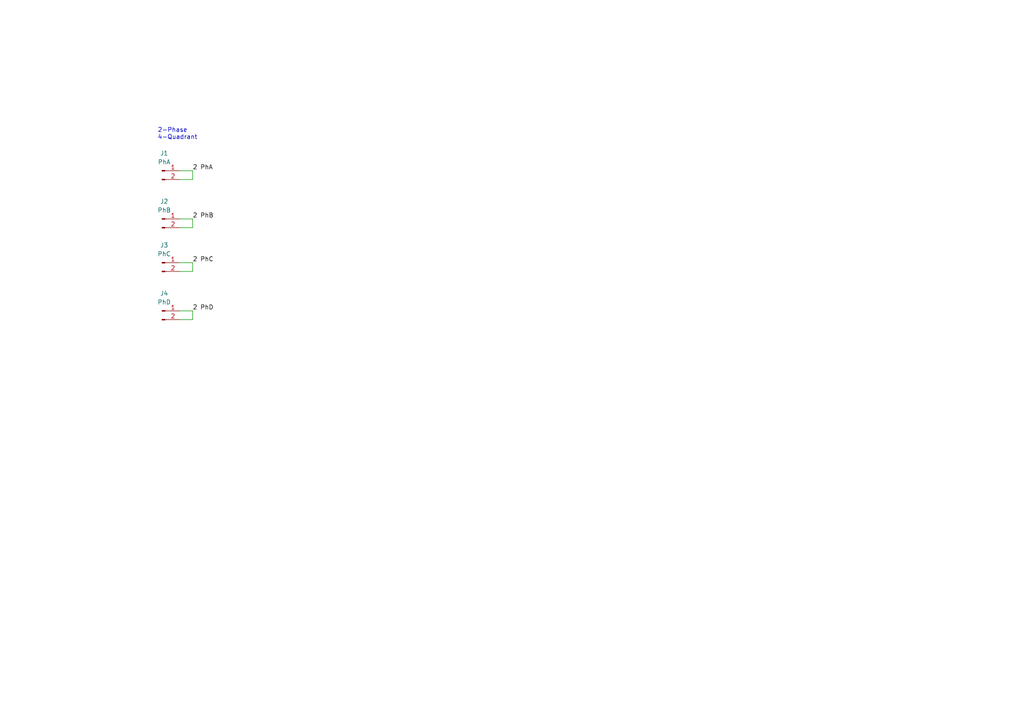
<source format=kicad_sch>
(kicad_sch (version 20230121) (generator eeschema)

  (uuid 88057848-cc83-47a6-9a35-0da72ed61265)

  (paper "A4")

  (lib_symbols
    (symbol "Connector:Conn_01x02_Male" (pin_names (offset 1.016) hide) (in_bom yes) (on_board yes)
      (property "Reference" "J" (at 0 2.54 0)
        (effects (font (size 1.27 1.27)))
      )
      (property "Value" "Conn_01x02_Male" (at 0 -5.08 0)
        (effects (font (size 1.27 1.27)))
      )
      (property "Footprint" "" (at 0 0 0)
        (effects (font (size 1.27 1.27)) hide)
      )
      (property "Datasheet" "~" (at 0 0 0)
        (effects (font (size 1.27 1.27)) hide)
      )
      (property "ki_keywords" "connector" (at 0 0 0)
        (effects (font (size 1.27 1.27)) hide)
      )
      (property "ki_description" "Generic connector, single row, 01x02, script generated (kicad-library-utils/schlib/autogen/connector/)" (at 0 0 0)
        (effects (font (size 1.27 1.27)) hide)
      )
      (property "ki_fp_filters" "Connector*:*_1x??_*" (at 0 0 0)
        (effects (font (size 1.27 1.27)) hide)
      )
      (symbol "Conn_01x02_Male_1_1"
        (polyline
          (pts
            (xy 1.27 -2.54)
            (xy 0.8636 -2.54)
          )
          (stroke (width 0.1524) (type default))
          (fill (type none))
        )
        (polyline
          (pts
            (xy 1.27 0)
            (xy 0.8636 0)
          )
          (stroke (width 0.1524) (type default))
          (fill (type none))
        )
        (rectangle (start 0.8636 -2.413) (end 0 -2.667)
          (stroke (width 0.1524) (type default))
          (fill (type outline))
        )
        (rectangle (start 0.8636 0.127) (end 0 -0.127)
          (stroke (width 0.1524) (type default))
          (fill (type outline))
        )
        (pin passive line (at 5.08 0 180) (length 3.81)
          (name "Pin_1" (effects (font (size 1.27 1.27))))
          (number "1" (effects (font (size 1.27 1.27))))
        )
        (pin passive line (at 5.08 -2.54 180) (length 3.81)
          (name "Pin_2" (effects (font (size 1.27 1.27))))
          (number "2" (effects (font (size 1.27 1.27))))
        )
      )
    )
  )


  (wire (pts (xy 52.07 63.5) (xy 55.88 63.5))
    (stroke (width 0) (type default))
    (uuid 1b078cbf-c4b7-4b91-b9db-9d19b5c042ed)
  )
  (wire (pts (xy 52.07 76.2) (xy 55.88 76.2))
    (stroke (width 0) (type default))
    (uuid 2ee55882-0ccb-4e3c-8352-36642fb4ebef)
  )
  (wire (pts (xy 55.88 49.53) (xy 55.88 52.07))
    (stroke (width 0) (type default))
    (uuid 36a096f1-0c8c-4e83-8c1f-393237e64967)
  )
  (wire (pts (xy 55.88 76.2) (xy 55.88 78.74))
    (stroke (width 0) (type default))
    (uuid 5f050a16-c0b6-4143-a6a1-857c8b533552)
  )
  (wire (pts (xy 55.88 63.5) (xy 55.88 66.04))
    (stroke (width 0) (type default))
    (uuid 9e53949b-e561-4a09-b9ee-17d42cab9859)
  )
  (wire (pts (xy 55.88 66.04) (xy 52.07 66.04))
    (stroke (width 0) (type default))
    (uuid a9ee4e32-2123-471d-92e6-3c1a8f97d57e)
  )
  (wire (pts (xy 55.88 78.74) (xy 52.07 78.74))
    (stroke (width 0) (type default))
    (uuid b41ded7d-bf84-4a32-ab44-eba6859a0648)
  )
  (wire (pts (xy 55.88 90.17) (xy 55.88 92.71))
    (stroke (width 0) (type default))
    (uuid d24d3b94-7e56-4848-bacf-3c4c7941079b)
  )
  (wire (pts (xy 52.07 90.17) (xy 55.88 90.17))
    (stroke (width 0) (type default))
    (uuid e0312415-4034-4541-9bd1-d2b7101b591f)
  )
  (wire (pts (xy 55.88 52.07) (xy 52.07 52.07))
    (stroke (width 0) (type default))
    (uuid e5bbb45f-711c-4bc8-be8d-055a61d17f0b)
  )
  (wire (pts (xy 52.07 49.53) (xy 55.88 49.53))
    (stroke (width 0) (type default))
    (uuid e6cd30a0-450e-491a-bd9d-bedecd2a626c)
  )
  (wire (pts (xy 55.88 92.71) (xy 52.07 92.71))
    (stroke (width 0) (type default))
    (uuid eb19a6d2-c4e2-4f6c-858d-b011a5c936d7)
  )

  (text "2-Phase\n4-Quadrant" (at 45.72 40.64 0)
    (effects (font (size 1.27 1.27)) (justify left bottom))
    (uuid ecdc4ad6-f11b-433b-9cb9-a32e7d06262e)
  )

  (label "2 PhC" (at 55.88 76.2 0) (fields_autoplaced)
    (effects (font (size 1.27 1.27)) (justify left bottom))
    (uuid 4d6c4059-aa69-4bb3-aa80-311a878710d6)
  )
  (label "2 PhD" (at 55.88 90.17 0) (fields_autoplaced)
    (effects (font (size 1.27 1.27)) (justify left bottom))
    (uuid 79cd954e-7396-4b22-ac81-51b200097fc7)
  )
  (label "2 PhA" (at 55.88 49.53 0) (fields_autoplaced)
    (effects (font (size 1.27 1.27)) (justify left bottom))
    (uuid b9cff81f-33de-4c31-a190-8c8afa4c6d7c)
  )
  (label "2 PhB" (at 55.88 63.5 0) (fields_autoplaced)
    (effects (font (size 1.27 1.27)) (justify left bottom))
    (uuid ddb92413-5460-4411-b2cb-7bb6fc2c4af9)
  )

  (symbol (lib_id "Connector:Conn_01x02_Male") (at 46.99 90.17 0) (unit 1)
    (in_bom yes) (on_board yes) (dnp no) (fields_autoplaced)
    (uuid 256d0d36-fe1c-47fd-83a3-2e9e18d287e1)
    (property "Reference" "J4" (at 47.625 85.09 0)
      (effects (font (size 1.27 1.27)))
    )
    (property "Value" "PhD" (at 47.625 87.63 0)
      (effects (font (size 1.27 1.27)))
    )
    (property "Footprint" "Connector_PinHeader_2.54mm:PinHeader_1x02_P2.54mm_Vertical" (at 46.99 90.17 0)
      (effects (font (size 1.27 1.27)) hide)
    )
    (property "Datasheet" "~" (at 46.99 90.17 0)
      (effects (font (size 1.27 1.27)) hide)
    )
    (pin "1" (uuid 0b66864b-2e6f-4979-84fb-cd90e9d7fc2b))
    (pin "2" (uuid 76ab8dd2-1d7c-4ef2-8ef6-b0705469a797))
    (instances
      (project "micro-motor-proto-02"
        (path "/88057848-cc83-47a6-9a35-0da72ed61265"
          (reference "J4") (unit 1)
        )
      )
    )
  )

  (symbol (lib_id "Connector:Conn_01x02_Male") (at 46.99 76.2 0) (unit 1)
    (in_bom yes) (on_board yes) (dnp no) (fields_autoplaced)
    (uuid 629a36aa-307e-4b36-9160-562724dac626)
    (property "Reference" "J3" (at 47.625 71.12 0)
      (effects (font (size 1.27 1.27)))
    )
    (property "Value" "PhC" (at 47.625 73.66 0)
      (effects (font (size 1.27 1.27)))
    )
    (property "Footprint" "Connector_PinHeader_2.54mm:PinHeader_1x02_P2.54mm_Vertical" (at 46.99 76.2 0)
      (effects (font (size 1.27 1.27)) hide)
    )
    (property "Datasheet" "~" (at 46.99 76.2 0)
      (effects (font (size 1.27 1.27)) hide)
    )
    (pin "1" (uuid 7a1de699-4d6b-4ec2-a4d4-8792633b2df2))
    (pin "2" (uuid 8e9b16fb-4021-4aef-b239-23d939e1bf8c))
    (instances
      (project "micro-motor-proto-02"
        (path "/88057848-cc83-47a6-9a35-0da72ed61265"
          (reference "J3") (unit 1)
        )
      )
    )
  )

  (symbol (lib_id "Connector:Conn_01x02_Male") (at 46.99 63.5 0) (unit 1)
    (in_bom yes) (on_board yes) (dnp no) (fields_autoplaced)
    (uuid 99ce1eed-3a39-4a28-ab92-dee4906f234c)
    (property "Reference" "J2" (at 47.625 58.42 0)
      (effects (font (size 1.27 1.27)))
    )
    (property "Value" "PhB" (at 47.625 60.96 0)
      (effects (font (size 1.27 1.27)))
    )
    (property "Footprint" "Connector_PinHeader_2.54mm:PinHeader_1x02_P2.54mm_Vertical" (at 46.99 63.5 0)
      (effects (font (size 1.27 1.27)) hide)
    )
    (property "Datasheet" "~" (at 46.99 63.5 0)
      (effects (font (size 1.27 1.27)) hide)
    )
    (pin "1" (uuid 19e242a8-5138-47a8-8eae-e5c4dc1e5b55))
    (pin "2" (uuid d014f766-9f51-450a-bc71-ac05f6045a34))
    (instances
      (project "micro-motor-proto-02"
        (path "/88057848-cc83-47a6-9a35-0da72ed61265"
          (reference "J2") (unit 1)
        )
      )
    )
  )

  (symbol (lib_id "Connector:Conn_01x02_Male") (at 46.99 49.53 0) (unit 1)
    (in_bom yes) (on_board yes) (dnp no) (fields_autoplaced)
    (uuid dac716ce-a11d-4b9e-b925-7cf621fb49eb)
    (property "Reference" "J1" (at 47.625 44.45 0)
      (effects (font (size 1.27 1.27)))
    )
    (property "Value" "PhA" (at 47.625 46.99 0)
      (effects (font (size 1.27 1.27)))
    )
    (property "Footprint" "Connector_PinHeader_2.54mm:PinHeader_1x02_P2.54mm_Vertical" (at 46.99 49.53 0)
      (effects (font (size 1.27 1.27)) hide)
    )
    (property "Datasheet" "~" (at 46.99 49.53 0)
      (effects (font (size 1.27 1.27)) hide)
    )
    (pin "1" (uuid bfca7121-87a6-4f73-86f3-ae2709f33cf4))
    (pin "2" (uuid 92794907-4522-45bb-a7d1-b2942836f5d4))
    (instances
      (project "micro-motor-proto-02"
        (path "/88057848-cc83-47a6-9a35-0da72ed61265"
          (reference "J1") (unit 1)
        )
      )
    )
  )

  (sheet_instances
    (path "/" (page "1"))
  )
)

</source>
